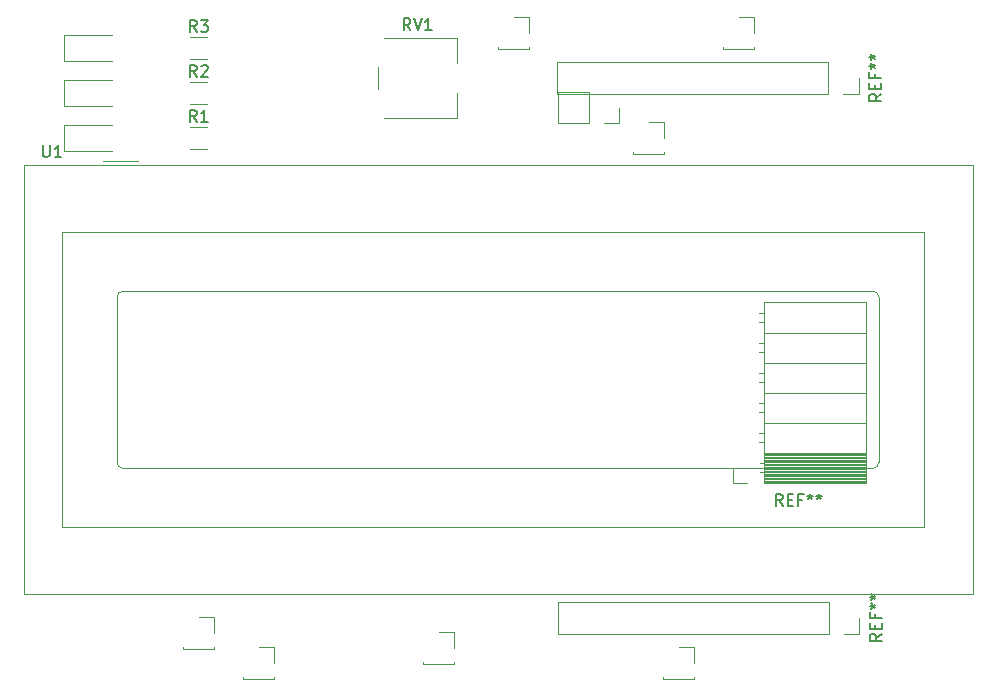
<source format=gbr>
%TF.GenerationSoftware,KiCad,Pcbnew,(6.0.4-0)*%
%TF.CreationDate,2022-04-20T10:51:29-04:00*%
%TF.ProjectId,msp_stuff,6d73705f-7374-4756-9666-2e6b69636164,rev?*%
%TF.SameCoordinates,Original*%
%TF.FileFunction,Legend,Top*%
%TF.FilePolarity,Positive*%
%FSLAX46Y46*%
G04 Gerber Fmt 4.6, Leading zero omitted, Abs format (unit mm)*
G04 Created by KiCad (PCBNEW (6.0.4-0)) date 2022-04-20 10:51:29*
%MOMM*%
%LPD*%
G01*
G04 APERTURE LIST*
%ADD10C,0.150000*%
%ADD11C,0.120000*%
G04 APERTURE END LIST*
D10*
%TO.C,REF\u002A\u002A*%
X156862380Y-101663333D02*
X156386190Y-101996666D01*
X156862380Y-102234761D02*
X155862380Y-102234761D01*
X155862380Y-101853809D01*
X155910000Y-101758571D01*
X155957619Y-101710952D01*
X156052857Y-101663333D01*
X156195714Y-101663333D01*
X156290952Y-101710952D01*
X156338571Y-101758571D01*
X156386190Y-101853809D01*
X156386190Y-102234761D01*
X156338571Y-101234761D02*
X156338571Y-100901428D01*
X156862380Y-100758571D02*
X156862380Y-101234761D01*
X155862380Y-101234761D01*
X155862380Y-100758571D01*
X156338571Y-99996666D02*
X156338571Y-100330000D01*
X156862380Y-100330000D02*
X155862380Y-100330000D01*
X155862380Y-99853809D01*
X155862380Y-99330000D02*
X156100476Y-99330000D01*
X156005238Y-99568095D02*
X156100476Y-99330000D01*
X156005238Y-99091904D01*
X156290952Y-99472857D02*
X156100476Y-99330000D01*
X156290952Y-99187142D01*
X155862380Y-98568095D02*
X156100476Y-98568095D01*
X156005238Y-98806190D02*
X156100476Y-98568095D01*
X156005238Y-98330000D01*
X156290952Y-98710952D02*
X156100476Y-98568095D01*
X156290952Y-98425238D01*
X156892380Y-147383333D02*
X156416190Y-147716666D01*
X156892380Y-147954761D02*
X155892380Y-147954761D01*
X155892380Y-147573809D01*
X155940000Y-147478571D01*
X155987619Y-147430952D01*
X156082857Y-147383333D01*
X156225714Y-147383333D01*
X156320952Y-147430952D01*
X156368571Y-147478571D01*
X156416190Y-147573809D01*
X156416190Y-147954761D01*
X156368571Y-146954761D02*
X156368571Y-146621428D01*
X156892380Y-146478571D02*
X156892380Y-146954761D01*
X155892380Y-146954761D01*
X155892380Y-146478571D01*
X156368571Y-145716666D02*
X156368571Y-146050000D01*
X156892380Y-146050000D02*
X155892380Y-146050000D01*
X155892380Y-145573809D01*
X155892380Y-145050000D02*
X156130476Y-145050000D01*
X156035238Y-145288095D02*
X156130476Y-145050000D01*
X156035238Y-144811904D01*
X156320952Y-145192857D02*
X156130476Y-145050000D01*
X156320952Y-144907142D01*
X155892380Y-144288095D02*
X156130476Y-144288095D01*
X156035238Y-144526190D02*
X156130476Y-144288095D01*
X156035238Y-144050000D01*
X156320952Y-144430952D02*
X156130476Y-144288095D01*
X156320952Y-144145238D01*
X148506666Y-136547380D02*
X148173333Y-136071190D01*
X147935238Y-136547380D02*
X147935238Y-135547380D01*
X148316190Y-135547380D01*
X148411428Y-135595000D01*
X148459047Y-135642619D01*
X148506666Y-135737857D01*
X148506666Y-135880714D01*
X148459047Y-135975952D01*
X148411428Y-136023571D01*
X148316190Y-136071190D01*
X147935238Y-136071190D01*
X148935238Y-136023571D02*
X149268571Y-136023571D01*
X149411428Y-136547380D02*
X148935238Y-136547380D01*
X148935238Y-135547380D01*
X149411428Y-135547380D01*
X150173333Y-136023571D02*
X149840000Y-136023571D01*
X149840000Y-136547380D02*
X149840000Y-135547380D01*
X150316190Y-135547380D01*
X150840000Y-135547380D02*
X150840000Y-135785476D01*
X150601904Y-135690238D02*
X150840000Y-135785476D01*
X151078095Y-135690238D01*
X150697142Y-135975952D02*
X150840000Y-135785476D01*
X150982857Y-135975952D01*
X151601904Y-135547380D02*
X151601904Y-135785476D01*
X151363809Y-135690238D02*
X151601904Y-135785476D01*
X151840000Y-135690238D01*
X151459047Y-135975952D02*
X151601904Y-135785476D01*
X151744761Y-135975952D01*
%TO.C,R2*%
X98893333Y-100232380D02*
X98560000Y-99756190D01*
X98321904Y-100232380D02*
X98321904Y-99232380D01*
X98702857Y-99232380D01*
X98798095Y-99280000D01*
X98845714Y-99327619D01*
X98893333Y-99422857D01*
X98893333Y-99565714D01*
X98845714Y-99660952D01*
X98798095Y-99708571D01*
X98702857Y-99756190D01*
X98321904Y-99756190D01*
X99274285Y-99327619D02*
X99321904Y-99280000D01*
X99417142Y-99232380D01*
X99655238Y-99232380D01*
X99750476Y-99280000D01*
X99798095Y-99327619D01*
X99845714Y-99422857D01*
X99845714Y-99518095D01*
X99798095Y-99660952D01*
X99226666Y-100232380D01*
X99845714Y-100232380D01*
%TO.C,U1*%
X85878095Y-106014880D02*
X85878095Y-106824404D01*
X85925714Y-106919642D01*
X85973333Y-106967261D01*
X86068571Y-107014880D01*
X86259047Y-107014880D01*
X86354285Y-106967261D01*
X86401904Y-106919642D01*
X86449523Y-106824404D01*
X86449523Y-106014880D01*
X87449523Y-107014880D02*
X86878095Y-107014880D01*
X87163809Y-107014880D02*
X87163809Y-106014880D01*
X87068571Y-106157738D01*
X86973333Y-106252976D01*
X86878095Y-106300595D01*
%TO.C,RV1*%
X116999761Y-96282380D02*
X116666428Y-95806190D01*
X116428333Y-96282380D02*
X116428333Y-95282380D01*
X116809285Y-95282380D01*
X116904523Y-95330000D01*
X116952142Y-95377619D01*
X116999761Y-95472857D01*
X116999761Y-95615714D01*
X116952142Y-95710952D01*
X116904523Y-95758571D01*
X116809285Y-95806190D01*
X116428333Y-95806190D01*
X117285476Y-95282380D02*
X117618809Y-96282380D01*
X117952142Y-95282380D01*
X118809285Y-96282380D02*
X118237857Y-96282380D01*
X118523571Y-96282380D02*
X118523571Y-95282380D01*
X118428333Y-95425238D01*
X118333095Y-95520476D01*
X118237857Y-95568095D01*
%TO.C,R1*%
X98893333Y-104042380D02*
X98560000Y-103566190D01*
X98321904Y-104042380D02*
X98321904Y-103042380D01*
X98702857Y-103042380D01*
X98798095Y-103090000D01*
X98845714Y-103137619D01*
X98893333Y-103232857D01*
X98893333Y-103375714D01*
X98845714Y-103470952D01*
X98798095Y-103518571D01*
X98702857Y-103566190D01*
X98321904Y-103566190D01*
X99845714Y-104042380D02*
X99274285Y-104042380D01*
X99560000Y-104042380D02*
X99560000Y-103042380D01*
X99464761Y-103185238D01*
X99369523Y-103280476D01*
X99274285Y-103328095D01*
%TO.C,R3*%
X98893333Y-96422380D02*
X98560000Y-95946190D01*
X98321904Y-96422380D02*
X98321904Y-95422380D01*
X98702857Y-95422380D01*
X98798095Y-95470000D01*
X98845714Y-95517619D01*
X98893333Y-95612857D01*
X98893333Y-95755714D01*
X98845714Y-95850952D01*
X98798095Y-95898571D01*
X98702857Y-95946190D01*
X98321904Y-95946190D01*
X99226666Y-95422380D02*
X99845714Y-95422380D01*
X99512380Y-95803333D01*
X99655238Y-95803333D01*
X99750476Y-95850952D01*
X99798095Y-95898571D01*
X99845714Y-95993809D01*
X99845714Y-96231904D01*
X99798095Y-96327142D01*
X99750476Y-96374761D01*
X99655238Y-96422380D01*
X99369523Y-96422380D01*
X99274285Y-96374761D01*
X99226666Y-96327142D01*
D11*
%TO.C,REF\u002A\u002A*%
X154970000Y-100330000D02*
X154970000Y-101660000D01*
X154970000Y-101660000D02*
X153640000Y-101660000D01*
X152370000Y-101660000D02*
X129450000Y-101660000D01*
X152370000Y-99000000D02*
X152370000Y-101660000D01*
X129450000Y-99000000D02*
X129450000Y-101660000D01*
X152370000Y-99000000D02*
X129450000Y-99000000D01*
X152400000Y-144720000D02*
X129480000Y-144720000D01*
X152400000Y-147380000D02*
X129480000Y-147380000D01*
X155000000Y-147380000D02*
X153670000Y-147380000D01*
X155000000Y-146050000D02*
X155000000Y-147380000D01*
X129480000Y-144720000D02*
X129480000Y-147380000D01*
X152400000Y-144720000D02*
X152400000Y-147380000D01*
%TO.C,D3*%
X91770000Y-96655000D02*
X87710000Y-96655000D01*
X87710000Y-96655000D02*
X87710000Y-98925000D01*
X87710000Y-98925000D02*
X91770000Y-98925000D01*
%TO.C,REF\u002A\u002A*%
X146920000Y-132965000D02*
X146570000Y-132965000D01*
X155550000Y-133590240D02*
X146920000Y-133590240D01*
X146920000Y-131145000D02*
X146510000Y-131145000D01*
X146920000Y-134655000D02*
X146920000Y-119295000D01*
X155550000Y-132291195D02*
X146920000Y-132291195D01*
X155550000Y-132055000D02*
X146920000Y-132055000D01*
X155550000Y-132409290D02*
X146920000Y-132409290D01*
X146920000Y-133685000D02*
X146570000Y-133685000D01*
X146920000Y-126065000D02*
X146510000Y-126065000D01*
X155550000Y-132645480D02*
X146920000Y-132645480D01*
X155550000Y-126975000D02*
X146920000Y-126975000D01*
X155550000Y-134535000D02*
X146920000Y-134535000D01*
X155550000Y-129515000D02*
X146920000Y-129515000D01*
X155550000Y-134416905D02*
X146920000Y-134416905D01*
X155550000Y-134655000D02*
X146920000Y-134655000D01*
X155550000Y-133472145D02*
X146920000Y-133472145D01*
X146920000Y-120985000D02*
X146510000Y-120985000D01*
X146920000Y-120265000D02*
X146510000Y-120265000D01*
X155550000Y-133117860D02*
X146920000Y-133117860D01*
X145460000Y-134655000D02*
X144350000Y-134655000D01*
X146920000Y-130425000D02*
X146510000Y-130425000D01*
X155550000Y-132999765D02*
X146920000Y-132999765D01*
X155550000Y-133354050D02*
X146920000Y-133354050D01*
X155550000Y-121895000D02*
X146920000Y-121895000D01*
X146920000Y-122805000D02*
X146510000Y-122805000D01*
X144350000Y-134655000D02*
X144350000Y-133325000D01*
X155550000Y-134062620D02*
X146920000Y-134062620D01*
X155550000Y-119295000D02*
X146920000Y-119295000D01*
X146920000Y-127885000D02*
X146510000Y-127885000D01*
X155550000Y-124435000D02*
X146920000Y-124435000D01*
X155550000Y-132763575D02*
X146920000Y-132763575D01*
X155550000Y-133235955D02*
X146920000Y-133235955D01*
X155550000Y-133826430D02*
X146920000Y-133826430D01*
X155550000Y-133708335D02*
X146920000Y-133708335D01*
X146920000Y-128605000D02*
X146510000Y-128605000D01*
X155550000Y-134655000D02*
X155550000Y-119295000D01*
X155550000Y-134298810D02*
X146920000Y-134298810D01*
X155550000Y-133944525D02*
X146920000Y-133944525D01*
X155550000Y-132881670D02*
X146920000Y-132881670D01*
X155550000Y-132527385D02*
X146920000Y-132527385D01*
X155550000Y-132173100D02*
X146920000Y-132173100D01*
X146920000Y-125345000D02*
X146510000Y-125345000D01*
X146920000Y-123525000D02*
X146510000Y-123525000D01*
X155550000Y-134180715D02*
X146920000Y-134180715D01*
%TO.C,R2*%
X98332936Y-102510000D02*
X99787064Y-102510000D01*
X98332936Y-100690000D02*
X99787064Y-100690000D01*
%TO.C,U1*%
X156160660Y-133372500D02*
X92660000Y-133372500D01*
X160460000Y-138372500D02*
X87460000Y-138372500D01*
X87460000Y-138372500D02*
X87460000Y-113372500D01*
X164600000Y-107732500D02*
X85120000Y-107732500D01*
X90960000Y-107372500D02*
X93960000Y-107372500D01*
X84320000Y-107732500D02*
X84320000Y-144012500D01*
X156660000Y-118872500D02*
X156660000Y-132872500D01*
X92660000Y-118372500D02*
X156160000Y-118372500D01*
X84330000Y-107732500D02*
X85120000Y-107732500D01*
X87460000Y-113372500D02*
X160460000Y-113372500D01*
X160460000Y-113372500D02*
X160460000Y-138372500D01*
X164600000Y-144012500D02*
X164600000Y-107732500D01*
X84320000Y-144012500D02*
X164600000Y-144012500D01*
X92160280Y-132871820D02*
X92160280Y-118872500D01*
X156660000Y-118872500D02*
G75*
G03*
X156160000Y-118372500I-500000J0D01*
G01*
X156160660Y-133372140D02*
G75*
G03*
X156661040Y-132871820I40J500340D01*
G01*
X92160280Y-132871820D02*
G75*
G03*
X92660660Y-133372200I500380J0D01*
G01*
X92660660Y-118370960D02*
G75*
G03*
X92160280Y-118871340I0J-500380D01*
G01*
%TO.C,REF\u002A\u002A*%
X124400000Y-97730000D02*
X124400000Y-97850000D01*
X125730000Y-95190000D02*
X127060000Y-95190000D01*
X127060000Y-95190000D02*
X127060000Y-96520000D01*
X124400000Y-97850000D02*
X127060000Y-97850000D01*
X127060000Y-97730000D02*
X127060000Y-97850000D01*
%TO.C,RV1*%
X120965000Y-96959000D02*
X120965000Y-99090000D01*
X114761000Y-103700000D02*
X120965000Y-103700000D01*
X114761000Y-96959000D02*
X120965000Y-96959000D01*
X120965000Y-101570000D02*
X120965000Y-103700000D01*
X114225000Y-99421000D02*
X114225000Y-101240000D01*
%TO.C,REF\u002A\u002A*%
X143450000Y-97730000D02*
X143450000Y-97850000D01*
X144780000Y-95190000D02*
X146110000Y-95190000D01*
X143450000Y-97850000D02*
X146110000Y-97850000D01*
X146110000Y-97730000D02*
X146110000Y-97850000D01*
X146110000Y-95190000D02*
X146110000Y-96520000D01*
X129480000Y-101515000D02*
X129480000Y-104175000D01*
X134680000Y-104175000D02*
X133350000Y-104175000D01*
X132080000Y-101515000D02*
X132080000Y-104175000D01*
X134680000Y-102845000D02*
X134680000Y-104175000D01*
X132080000Y-101515000D02*
X129480000Y-101515000D01*
X132080000Y-104175000D02*
X129480000Y-104175000D01*
%TO.C,R1*%
X98332936Y-106320000D02*
X99787064Y-106320000D01*
X98332936Y-104500000D02*
X99787064Y-104500000D01*
%TO.C,REF\u002A\u002A*%
X104140000Y-148530000D02*
X105470000Y-148530000D01*
X102810000Y-151070000D02*
X102810000Y-151190000D01*
X105470000Y-148530000D02*
X105470000Y-149860000D01*
X102810000Y-151190000D02*
X105470000Y-151190000D01*
X105470000Y-151070000D02*
X105470000Y-151190000D01*
%TO.C,D1*%
X87710000Y-106545000D02*
X91770000Y-106545000D01*
X87710000Y-104275000D02*
X87710000Y-106545000D01*
X91770000Y-104275000D02*
X87710000Y-104275000D01*
%TO.C,REF\u002A\u002A*%
X118050000Y-149800000D02*
X118050000Y-149920000D01*
X118050000Y-149920000D02*
X120710000Y-149920000D01*
X120710000Y-147260000D02*
X120710000Y-148590000D01*
X120710000Y-149800000D02*
X120710000Y-149920000D01*
X119380000Y-147260000D02*
X120710000Y-147260000D01*
X97730000Y-148530000D02*
X97730000Y-148650000D01*
X100390000Y-145990000D02*
X100390000Y-147320000D01*
X100390000Y-148530000D02*
X100390000Y-148650000D01*
X99060000Y-145990000D02*
X100390000Y-145990000D01*
X97730000Y-148650000D02*
X100390000Y-148650000D01*
X138370000Y-151070000D02*
X138370000Y-151190000D01*
X138370000Y-151190000D02*
X141030000Y-151190000D01*
X141030000Y-148530000D02*
X141030000Y-149860000D01*
X141030000Y-151070000D02*
X141030000Y-151190000D01*
X139700000Y-148530000D02*
X141030000Y-148530000D01*
X135830000Y-106620000D02*
X135830000Y-106740000D01*
X137160000Y-104080000D02*
X138490000Y-104080000D01*
X135830000Y-106740000D02*
X138490000Y-106740000D01*
X138490000Y-106620000D02*
X138490000Y-106740000D01*
X138490000Y-104080000D02*
X138490000Y-105410000D01*
%TO.C,R3*%
X98332936Y-96880000D02*
X99787064Y-96880000D01*
X98332936Y-98700000D02*
X99787064Y-98700000D01*
%TO.C,D2*%
X91770000Y-100465000D02*
X87710000Y-100465000D01*
X87710000Y-102735000D02*
X91770000Y-102735000D01*
X87710000Y-100465000D02*
X87710000Y-102735000D01*
%TD*%
M02*

</source>
